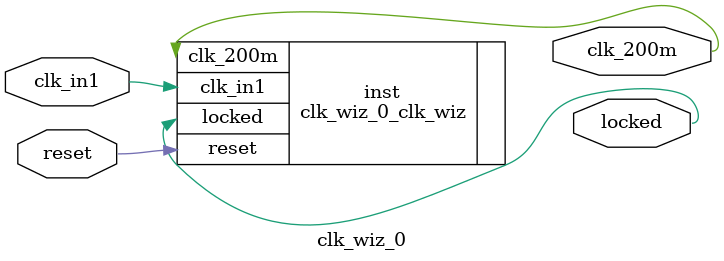
<source format=v>


`timescale 1ps/1ps

(* CORE_GENERATION_INFO = "clk_wiz_0,clk_wiz_v6_0_10_0_0,{component_name=clk_wiz_0,use_phase_alignment=true,use_min_o_jitter=false,use_max_i_jitter=false,use_dyn_phase_shift=false,use_inclk_switchover=false,use_dyn_reconfig=false,enable_axi=0,feedback_source=FDBK_AUTO,PRIMITIVE=MMCM,num_out_clk=1,clkin1_period=20.000,clkin2_period=10.0,use_power_down=false,use_reset=true,use_locked=true,use_inclk_stopped=false,feedback_type=SINGLE,CLOCK_MGR_TYPE=NA,manual_override=false}" *)

module clk_wiz_0 
 (
  // Clock out ports
  output        clk_200m,
  // Status and control signals
  input         reset,
  output        locked,
 // Clock in ports
  input         clk_in1
 );

  clk_wiz_0_clk_wiz inst
  (
  // Clock out ports  
  .clk_200m(clk_200m),
  // Status and control signals               
  .reset(reset), 
  .locked(locked),
 // Clock in ports
  .clk_in1(clk_in1)
  );

endmodule

</source>
